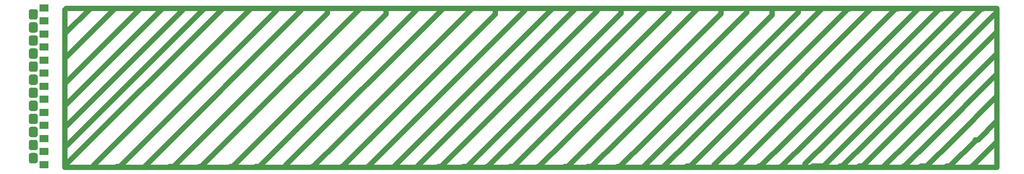
<source format=gbr>
%TF.GenerationSoftware,KiCad,Pcbnew,(5.1.9)-1*%
%TF.CreationDate,2021-05-28T12:30:45-05:00*%
%TF.ProjectId,MCD QSB,4d434420-5153-4422-9e6b-696361645f70,rev?*%
%TF.SameCoordinates,Original*%
%TF.FileFunction,Copper,L2,Bot*%
%TF.FilePolarity,Positive*%
%FSLAX46Y46*%
G04 Gerber Fmt 4.6, Leading zero omitted, Abs format (unit mm)*
G04 Created by KiCad (PCBNEW (5.1.9)-1) date 2021-05-28 12:30:45*
%MOMM*%
%LPD*%
G01*
G04 APERTURE LIST*
%TA.AperFunction,ComponentPad*%
%ADD10R,1.700000X1.400000*%
%TD*%
%TA.AperFunction,ViaPad*%
%ADD11C,0.800000*%
%TD*%
%TA.AperFunction,Conductor*%
%ADD12C,0.750000*%
%TD*%
%TA.AperFunction,Conductor*%
%ADD13C,1.000000*%
%TD*%
G04 APERTURE END LIST*
D10*
%TO.P,J1,1*%
%TO.N,/CDCK*%
X52832000Y-89408000D03*
%TO.P,J1,2*%
%TO.N,/D-M*%
%TA.AperFunction,ComponentPad*%
G36*
G01*
X49982000Y-91233000D02*
X49982000Y-90083000D01*
G75*
G02*
X50407000Y-89658000I425000J0D01*
G01*
X51257000Y-89658000D01*
G75*
G02*
X51682000Y-90083000I0J-425000D01*
G01*
X51682000Y-91233000D01*
G75*
G02*
X51257000Y-91658000I-425000J0D01*
G01*
X50407000Y-91658000D01*
G75*
G02*
X49982000Y-91233000I0J425000D01*
G01*
G37*
%TD.AperFunction*%
%TO.P,J1,3*%
%TO.N,/IRQ*%
X52832000Y-91908000D03*
%TO.P,J1,4*%
%TO.N,/ERES*%
%TA.AperFunction,ComponentPad*%
G36*
G01*
X49982000Y-93733000D02*
X49982000Y-92583000D01*
G75*
G02*
X50407000Y-92158000I425000J0D01*
G01*
X51257000Y-92158000D01*
G75*
G02*
X51682000Y-92583000I0J-425000D01*
G01*
X51682000Y-93733000D01*
G75*
G02*
X51257000Y-94158000I-425000J0D01*
G01*
X50407000Y-94158000D01*
G75*
G02*
X49982000Y-93733000I0J425000D01*
G01*
G37*
%TD.AperFunction*%
%TO.P,J1,5*%
%TO.N,/HDCK*%
X52832000Y-94408000D03*
%TO.P,J1,6*%
%TO.N,/DB0*%
%TA.AperFunction,ComponentPad*%
G36*
G01*
X49982000Y-96233000D02*
X49982000Y-95083000D01*
G75*
G02*
X50407000Y-94658000I425000J0D01*
G01*
X51257000Y-94658000D01*
G75*
G02*
X51682000Y-95083000I0J-425000D01*
G01*
X51682000Y-96233000D01*
G75*
G02*
X51257000Y-96658000I-425000J0D01*
G01*
X50407000Y-96658000D01*
G75*
G02*
X49982000Y-96233000I0J425000D01*
G01*
G37*
%TD.AperFunction*%
%TO.P,J1,7*%
%TO.N,/DB1*%
X52832000Y-96908000D03*
%TO.P,J1,8*%
%TO.N,/DB2*%
%TA.AperFunction,ComponentPad*%
G36*
G01*
X49982000Y-98733000D02*
X49982000Y-97583000D01*
G75*
G02*
X50407000Y-97158000I425000J0D01*
G01*
X51257000Y-97158000D01*
G75*
G02*
X51682000Y-97583000I0J-425000D01*
G01*
X51682000Y-98733000D01*
G75*
G02*
X51257000Y-99158000I-425000J0D01*
G01*
X50407000Y-99158000D01*
G75*
G02*
X49982000Y-98733000I0J425000D01*
G01*
G37*
%TD.AperFunction*%
%TO.P,J1,9*%
%TO.N,/DB3*%
X52832000Y-99408000D03*
%TO.P,J1,10*%
%TO.N,/C2PO*%
%TA.AperFunction,ComponentPad*%
G36*
G01*
X49982000Y-101233000D02*
X49982000Y-100083000D01*
G75*
G02*
X50407000Y-99658000I425000J0D01*
G01*
X51257000Y-99658000D01*
G75*
G02*
X51682000Y-100083000I0J-425000D01*
G01*
X51682000Y-101233000D01*
G75*
G02*
X51257000Y-101658000I-425000J0D01*
G01*
X50407000Y-101658000D01*
G75*
G02*
X49982000Y-101233000I0J425000D01*
G01*
G37*
%TD.AperFunction*%
%TO.P,J1,11*%
%TO.N,/BCLK*%
X52832000Y-101908000D03*
%TO.P,J1,12*%
%TO.N,/SDATA*%
%TA.AperFunction,ComponentPad*%
G36*
G01*
X49982000Y-103733000D02*
X49982000Y-102583000D01*
G75*
G02*
X50407000Y-102158000I425000J0D01*
G01*
X51257000Y-102158000D01*
G75*
G02*
X51682000Y-102583000I0J-425000D01*
G01*
X51682000Y-103733000D01*
G75*
G02*
X51257000Y-104158000I-425000J0D01*
G01*
X50407000Y-104158000D01*
G75*
G02*
X49982000Y-103733000I0J425000D01*
G01*
G37*
%TD.AperFunction*%
%TO.P,J1,13*%
%TO.N,/LRCK*%
X52832000Y-104408000D03*
%TO.P,J1,14*%
%TO.N,/DFCK*%
%TA.AperFunction,ComponentPad*%
G36*
G01*
X49982000Y-106233000D02*
X49982000Y-105083000D01*
G75*
G02*
X50407000Y-104658000I425000J0D01*
G01*
X51257000Y-104658000D01*
G75*
G02*
X51682000Y-105083000I0J-425000D01*
G01*
X51682000Y-106233000D01*
G75*
G02*
X51257000Y-106658000I-425000J0D01*
G01*
X50407000Y-106658000D01*
G75*
G02*
X49982000Y-106233000I0J425000D01*
G01*
G37*
%TD.AperFunction*%
%TO.P,J1,15*%
%TO.N,Net-(J1-Pad15)*%
X52832000Y-106908000D03*
%TO.P,J1,16*%
%TO.N,Net-(J1-Pad16)*%
%TA.AperFunction,ComponentPad*%
G36*
G01*
X49982000Y-108733000D02*
X49982000Y-107583000D01*
G75*
G02*
X50407000Y-107158000I425000J0D01*
G01*
X51257000Y-107158000D01*
G75*
G02*
X51682000Y-107583000I0J-425000D01*
G01*
X51682000Y-108733000D01*
G75*
G02*
X51257000Y-109158000I-425000J0D01*
G01*
X50407000Y-109158000D01*
G75*
G02*
X49982000Y-108733000I0J425000D01*
G01*
G37*
%TD.AperFunction*%
%TO.P,J1,17*%
%TO.N,/EXCK*%
X52832000Y-109408000D03*
%TO.P,J1,18*%
%TO.N,/SBSO*%
%TA.AperFunction,ComponentPad*%
G36*
G01*
X49982000Y-111233000D02*
X49982000Y-110083000D01*
G75*
G02*
X50407000Y-109658000I425000J0D01*
G01*
X51257000Y-109658000D01*
G75*
G02*
X51682000Y-110083000I0J-425000D01*
G01*
X51682000Y-111233000D01*
G75*
G02*
X51257000Y-111658000I-425000J0D01*
G01*
X50407000Y-111658000D01*
G75*
G02*
X49982000Y-111233000I0J425000D01*
G01*
G37*
%TD.AperFunction*%
%TO.P,J1,19*%
%TO.N,Net-(J1-Pad19)*%
X52832000Y-111908000D03*
%TO.P,J1,20*%
%TO.N,/SCOR*%
%TA.AperFunction,ComponentPad*%
G36*
G01*
X49982000Y-113733000D02*
X49982000Y-112583000D01*
G75*
G02*
X50407000Y-112158000I425000J0D01*
G01*
X51257000Y-112158000D01*
G75*
G02*
X51682000Y-112583000I0J-425000D01*
G01*
X51682000Y-113733000D01*
G75*
G02*
X51257000Y-114158000I-425000J0D01*
G01*
X50407000Y-114158000D01*
G75*
G02*
X49982000Y-113733000I0J425000D01*
G01*
G37*
%TD.AperFunction*%
%TO.P,J1,21*%
%TO.N,/GND*%
X52832000Y-114408000D03*
%TO.P,J1,22*%
%TO.N,/WFCK*%
%TA.AperFunction,ComponentPad*%
G36*
G01*
X49982000Y-116233000D02*
X49982000Y-115083000D01*
G75*
G02*
X50407000Y-114658000I425000J0D01*
G01*
X51257000Y-114658000D01*
G75*
G02*
X51682000Y-115083000I0J-425000D01*
G01*
X51682000Y-116233000D01*
G75*
G02*
X51257000Y-116658000I-425000J0D01*
G01*
X50407000Y-116658000D01*
G75*
G02*
X49982000Y-116233000I0J425000D01*
G01*
G37*
%TD.AperFunction*%
%TO.P,J1,23*%
%TO.N,/VCC*%
X52832000Y-116908000D03*
%TO.P,J1,24*%
%TO.N,Net-(J1-Pad24)*%
%TA.AperFunction,ComponentPad*%
G36*
G01*
X49982000Y-118733000D02*
X49982000Y-117583000D01*
G75*
G02*
X50407000Y-117158000I425000J0D01*
G01*
X51257000Y-117158000D01*
G75*
G02*
X51682000Y-117583000I0J-425000D01*
G01*
X51682000Y-118733000D01*
G75*
G02*
X51257000Y-119158000I-425000J0D01*
G01*
X50407000Y-119158000D01*
G75*
G02*
X49982000Y-118733000I0J425000D01*
G01*
G37*
%TD.AperFunction*%
%TO.P,J1,25*%
%TO.N,Net-(J1-Pad25)*%
X52832000Y-119408000D03*
%TD*%
D11*
%TO.N,/GND*%
X56852800Y-114648000D03*
X61882000Y-114648000D03*
X67038200Y-114648000D03*
X72459850Y-114661950D03*
X77109300Y-114648000D03*
X82740500Y-114604800D03*
X87960200Y-114681000D03*
X94038400Y-114648000D03*
X99091750Y-114598450D03*
X103924100Y-114642900D03*
X109353350Y-114649250D03*
X115074700Y-114642900D03*
X119811800Y-114630200D03*
X124682250Y-114661950D03*
X129057400Y-114693700D03*
X133578600Y-114744500D03*
X138709400Y-114604800D03*
X142627350Y-114585750D03*
X147523200Y-114604800D03*
X152431750Y-114585750D03*
X157949900Y-114642900D03*
X162452050Y-114636550D03*
X167811450Y-114598450D03*
X172294550Y-114611150D03*
X176123600Y-114642900D03*
X181076600Y-114642900D03*
X185420000Y-114642900D03*
X190119000Y-114642900D03*
X194500500Y-114642900D03*
X198564500Y-114642900D03*
X202565000Y-114642900D03*
X206489300Y-114642900D03*
X210070700Y-114642900D03*
X213906100Y-114642900D03*
X218033600Y-114642900D03*
X221932500Y-114642900D03*
X226161600Y-114642900D03*
X230322100Y-114648000D03*
%TD*%
D12*
%TO.N,/GND*%
X56852800Y-119795990D02*
X56857900Y-119795990D01*
D13*
X86877590Y-89588910D02*
X86877590Y-89500010D01*
X56852800Y-119613700D02*
X86877590Y-89588910D01*
D12*
X56852800Y-119795990D02*
X56852800Y-119613700D01*
D13*
X94281690Y-89500010D02*
X92300490Y-89500010D01*
D12*
X62318900Y-119481600D02*
X62318900Y-119795990D01*
D13*
X92300490Y-89500010D02*
X62318900Y-119481600D01*
X86877590Y-89500010D02*
X94281690Y-89500010D01*
X67325810Y-119795990D02*
X66789300Y-119795990D01*
X97132710Y-89989090D02*
X72459850Y-114661950D01*
X97132710Y-89500010D02*
X97132710Y-89989090D01*
X94281690Y-89500010D02*
X97132710Y-89500010D01*
X72459850Y-114661950D02*
X67325810Y-119795990D01*
D12*
X56852800Y-89784510D02*
X57137300Y-89500010D01*
D13*
X82134010Y-89500010D02*
X61731590Y-89500010D01*
X56852800Y-94378800D02*
X56852800Y-89784510D01*
X61731590Y-89500010D02*
X56852800Y-94378800D01*
X66386010Y-89569990D02*
X56852800Y-99103200D01*
X66386010Y-89500010D02*
X66386010Y-89569990D01*
X56852800Y-99103200D02*
X56852800Y-94378800D01*
X57137300Y-89500010D02*
X66386010Y-89500010D01*
X71078790Y-89693010D02*
X56852800Y-103919000D01*
X56852800Y-103919000D02*
X56852800Y-99103200D01*
X66386010Y-89500010D02*
X71078790Y-89500010D01*
X71078790Y-89500010D02*
X71078790Y-89693010D01*
X75231690Y-89792110D02*
X56852800Y-108171000D01*
X75231690Y-89500010D02*
X75231690Y-89792110D01*
X56852800Y-108171000D02*
X56852800Y-103919000D01*
X71078790Y-89500010D02*
X75231690Y-89500010D01*
X79314610Y-89877290D02*
X56852800Y-112339100D01*
X56852800Y-112339100D02*
X56852800Y-108171000D01*
X56852800Y-114648000D02*
X56852800Y-112339100D01*
X75231690Y-89500010D02*
X79314610Y-89500010D01*
X79314610Y-89500010D02*
X79314610Y-89877290D01*
X79314610Y-89500010D02*
X82134010Y-89500010D01*
X57161320Y-115755400D02*
X83416710Y-89500010D01*
X83416710Y-89500010D02*
X86877590Y-89500010D01*
D12*
X56852800Y-115755400D02*
X57161320Y-115755400D01*
D13*
X82134010Y-89500010D02*
X83416710Y-89500010D01*
X56852800Y-114648000D02*
X56852800Y-115755400D01*
X56852800Y-115755400D02*
X56852800Y-119795990D01*
X72148700Y-119646700D02*
X72148700Y-119795990D01*
X101819010Y-89976390D02*
X72148700Y-119646700D01*
X101819010Y-89500010D02*
X101819010Y-89976390D01*
X97132710Y-89500010D02*
X101819010Y-89500010D01*
X106860910Y-90484390D02*
X82740500Y-114604800D01*
X106860910Y-89500010D02*
X106860910Y-90484390D01*
X101819010Y-89500010D02*
X106860910Y-89500010D01*
X77549310Y-119795990D02*
X76860400Y-119795990D01*
X113141190Y-89500010D02*
X87960200Y-114681000D01*
X106860910Y-89500010D02*
X113217390Y-89500010D01*
X82845210Y-119795990D02*
X82473800Y-119795990D01*
X113217390Y-89500010D02*
X113141190Y-89500010D01*
X88826910Y-119795990D02*
X88455500Y-119795990D01*
X118030690Y-90592210D02*
X88826910Y-119795990D01*
X118030690Y-89500010D02*
X118030690Y-90592210D01*
X113217390Y-89500010D02*
X118030690Y-89500010D01*
X123859990Y-89830210D02*
X99091750Y-114598450D01*
X123859990Y-89500010D02*
X123859990Y-89830210D01*
X93894210Y-119795990D02*
X93281500Y-119795990D01*
X118030690Y-89500010D02*
X123859990Y-89500010D01*
X82740500Y-114604800D02*
X77549310Y-119795990D01*
X87960200Y-114681000D02*
X82845210Y-119795990D01*
X99091750Y-114598450D02*
X93894210Y-119795990D01*
X128952690Y-89500010D02*
X98958400Y-119494300D01*
X129124010Y-89500010D02*
X128952690Y-89500010D01*
X123859990Y-89500010D02*
X129124010Y-89500010D01*
X98936110Y-119795990D02*
X98856800Y-119795990D01*
X98958400Y-119773700D02*
X98936110Y-119795990D01*
X98958400Y-119494300D02*
X98958400Y-119773700D01*
X104206610Y-119795990D02*
X104025700Y-119795990D01*
X134197790Y-89804810D02*
X109353350Y-114649250D01*
X134197790Y-89500010D02*
X134197790Y-89804810D01*
X129124010Y-89500010D02*
X134197790Y-89500010D01*
X109743810Y-119795990D02*
X109601000Y-119795990D01*
X138884090Y-90655710D02*
X109743810Y-119795990D01*
X138884090Y-89500010D02*
X138884090Y-90655710D01*
X134197790Y-89500010D02*
X138884090Y-89500010D01*
X144452910Y-89500010D02*
X144452910Y-89989090D01*
X144452910Y-89989090D02*
X119811800Y-114630200D01*
X138884090Y-89500010D02*
X144452910Y-89500010D01*
X114646010Y-119795990D02*
X114604800Y-119795990D01*
X119608600Y-119735600D02*
X119608600Y-119795990D01*
X149596410Y-89747790D02*
X124682250Y-114661950D01*
X149596410Y-89500010D02*
X149596410Y-89747790D01*
X144452910Y-89500010D02*
X149596410Y-89500010D01*
X124091700Y-119659400D02*
X124091700Y-119795990D01*
X154085990Y-89665110D02*
X129057400Y-114693700D01*
X154085990Y-89500010D02*
X154085990Y-89665110D01*
X149596410Y-89500010D02*
X154085990Y-89500010D01*
X128527110Y-119795990D02*
X128079500Y-119795990D01*
X158315090Y-90008010D02*
X133578600Y-114744500D01*
X158315090Y-89500010D02*
X158315090Y-90008010D01*
X154085990Y-89500010D02*
X158315090Y-89500010D01*
X133518210Y-119795990D02*
X132803900Y-119795990D01*
X162887090Y-90427110D02*
X138709400Y-114604800D01*
X162887090Y-89500010D02*
X162887090Y-90427110D01*
X158315090Y-89500010D02*
X162887090Y-89500010D01*
X137417110Y-119795990D02*
X137287000Y-119795990D01*
X167547990Y-89665110D02*
X142627350Y-114585750D01*
X167547990Y-89500010D02*
X167547990Y-89665110D01*
X162887090Y-89500010D02*
X167547990Y-89500010D01*
X142332010Y-119795990D02*
X141693900Y-119795990D01*
X171954890Y-89500010D02*
X171954890Y-90173110D01*
X171954890Y-90173110D02*
X147523200Y-114604800D01*
X167547990Y-89500010D02*
X171954890Y-89500010D01*
X147221510Y-119795990D02*
X147015200Y-119795990D01*
X177517490Y-89500010D02*
X152431750Y-114585750D01*
X177606390Y-89500010D02*
X177517490Y-89500010D01*
X171954890Y-89500010D02*
X177606390Y-89500010D01*
X152720610Y-119795990D02*
X152082500Y-119795990D01*
X181930610Y-90585990D02*
X152720610Y-119795990D01*
X181930610Y-89500010D02*
X181930610Y-90585990D01*
X177606390Y-89500010D02*
X181930610Y-89500010D01*
X186832810Y-90255790D02*
X162452050Y-114636550D01*
X186832810Y-89500010D02*
X186832810Y-90255790D01*
X157292610Y-119795990D02*
X156489400Y-119795990D01*
X181930610Y-89500010D02*
X186832810Y-89500010D01*
X162613910Y-119795990D02*
X162153600Y-119795990D01*
X191652590Y-90757310D02*
X167811450Y-114598450D01*
X191652590Y-89500010D02*
X191652590Y-90757310D01*
X186832810Y-89500010D02*
X191652590Y-89500010D01*
X196649910Y-89500010D02*
X196649910Y-90255790D01*
X167157400Y-119748300D02*
X167157400Y-119795990D01*
X196649910Y-90255790D02*
X172294550Y-114611150D01*
X191652590Y-89500010D02*
X196649910Y-89500010D01*
X196649910Y-89500010D02*
X234480100Y-89500010D01*
X109353350Y-114649250D02*
X104206610Y-119795990D01*
X119811800Y-114630200D02*
X114646010Y-119795990D01*
X124682250Y-114661950D02*
X119608600Y-119735600D01*
X129057400Y-114693700D02*
X124091700Y-119659400D01*
X133578600Y-114744500D02*
X128527110Y-119795990D01*
X138709400Y-114604800D02*
X133518210Y-119795990D01*
X142627350Y-114585750D02*
X137417110Y-119795990D01*
X147523200Y-114604800D02*
X142332010Y-119795990D01*
X152431750Y-114585750D02*
X147221510Y-119795990D01*
X162452050Y-114636550D02*
X157292610Y-119795990D01*
X167811450Y-114598450D02*
X162613910Y-119795990D01*
X172294550Y-114611150D02*
X167157400Y-119748300D01*
X171095510Y-119670990D02*
X171056300Y-119670990D01*
X176123600Y-114642900D02*
X171095510Y-119670990D01*
X201056810Y-89709690D02*
X201056810Y-89625010D01*
X176123600Y-114642900D02*
X201056810Y-89709690D01*
X206094490Y-89625010D02*
X206441610Y-89625010D01*
X181076600Y-114642900D02*
X206094490Y-89625010D01*
X210264310Y-89798590D02*
X210264310Y-89625010D01*
X185420000Y-114642900D02*
X210264310Y-89798590D01*
X215136890Y-89625010D02*
X215668290Y-89625010D01*
X190119000Y-114642900D02*
X215136890Y-89625010D01*
X219490990Y-89652410D02*
X219490990Y-89625010D01*
X194500500Y-114642900D02*
X219490990Y-89652410D01*
X223582390Y-89625010D02*
X224101090Y-89625010D01*
X198564500Y-114642900D02*
X223582390Y-89625010D01*
X227485510Y-89722390D02*
X227485510Y-89625010D01*
X202565000Y-114642900D02*
X227485510Y-89722390D01*
X231507190Y-89625010D02*
X231822690Y-89625010D01*
X206489300Y-114642900D02*
X231507190Y-89625010D01*
X210070700Y-114642900D02*
X234480100Y-90233500D01*
X234480100Y-89500010D02*
X234480100Y-90233500D01*
X234264200Y-94284800D02*
X234480100Y-94284800D01*
X213906100Y-114642900D02*
X234264200Y-94284800D01*
X234480100Y-90233500D02*
X234480100Y-94284800D01*
X218033600Y-114642900D02*
X234480100Y-98196400D01*
X234480100Y-98196400D02*
X234480100Y-97815400D01*
X234480100Y-94284800D02*
X234480100Y-97815400D01*
X221932500Y-114642900D02*
X234480100Y-102095300D01*
X234480100Y-102095300D02*
X234480100Y-101955600D01*
X234480100Y-97815400D02*
X234480100Y-101955600D01*
X234480100Y-106324400D02*
X234480100Y-105918000D01*
X226161600Y-114642900D02*
X234480100Y-106324400D01*
X234480100Y-101955600D02*
X234480100Y-105918000D01*
X230906300Y-114648000D02*
X234480100Y-111074200D01*
X230322100Y-114648000D02*
X230906300Y-114648000D01*
X234480100Y-105918000D02*
X234480100Y-111074200D01*
X176048510Y-119670990D02*
X175399700Y-119670990D01*
X181076600Y-114642900D02*
X176048510Y-119670990D01*
X180555900Y-119507000D02*
X180555900Y-119670990D01*
X185420000Y-114642900D02*
X180555900Y-119507000D01*
X185090910Y-119670990D02*
X184950100Y-119670990D01*
X190119000Y-114642900D02*
X185090910Y-119670990D01*
X189472410Y-119670990D02*
X189090300Y-119670990D01*
X194500500Y-114642900D02*
X189472410Y-119670990D01*
X193536410Y-119670990D02*
X193395600Y-119670990D01*
X198564500Y-114642900D02*
X193536410Y-119670990D01*
X197929500Y-119278400D02*
X197929500Y-119670990D01*
X202565000Y-114642900D02*
X197929500Y-119278400D01*
X201461210Y-119670990D02*
X199453500Y-119670990D01*
X206489300Y-114642900D02*
X201461210Y-119670990D01*
X205042610Y-119670990D02*
X204584300Y-119670990D01*
X210070700Y-114642900D02*
X205042610Y-119670990D01*
X208878010Y-119670990D02*
X208229200Y-119670990D01*
X213906100Y-114642900D02*
X208878010Y-119670990D01*
X213005510Y-119670990D02*
X213004400Y-119670990D01*
X218033600Y-114642900D02*
X213005510Y-119670990D01*
X216904410Y-119670990D02*
X216700100Y-119670990D01*
X221932500Y-114642900D02*
X216904410Y-119670990D01*
X221133510Y-119670990D02*
X220002100Y-119670990D01*
X226161600Y-114642900D02*
X221133510Y-119670990D01*
X225540410Y-119670990D02*
X224891600Y-119670990D01*
X230563400Y-114648000D02*
X225540410Y-119670990D01*
X230906300Y-114648000D02*
X230563400Y-114648000D01*
X229782210Y-119670990D02*
X229730300Y-119670990D01*
X234480100Y-115087400D02*
X234365800Y-115087400D01*
X234365800Y-115087400D02*
X229782210Y-119670990D01*
X234480100Y-111074200D02*
X234480100Y-115087400D01*
X234480100Y-115087400D02*
X234480100Y-119795990D01*
X234480000Y-119900700D02*
X56883300Y-119900700D01*
%TD*%
M02*

</source>
